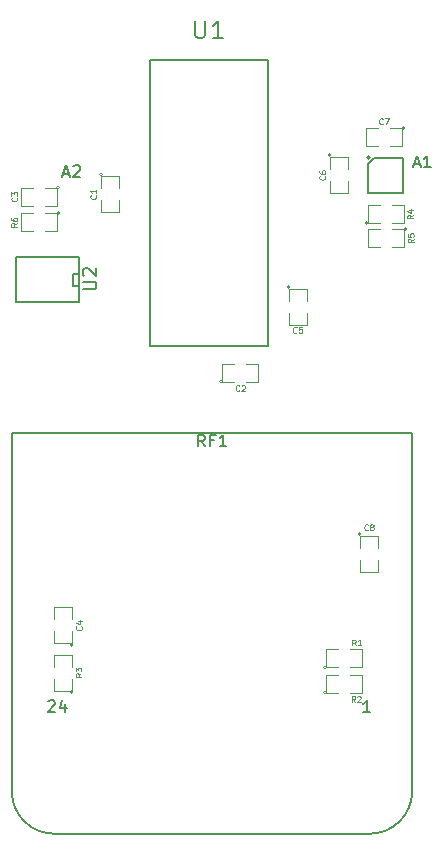
<source format=gto>
G04 (created by PCBNEW (2013-06-11 BZR 4021)-stable) date Sun 01 Jun 2014 09:44:25 PM CDT*
%MOIN*%
G04 Gerber Fmt 3.4, Leading zero omitted, Abs format*
%FSLAX34Y34*%
G01*
G70*
G90*
G04 APERTURE LIST*
%ADD10C,0.00590551*%
%ADD11C,0.005*%
%ADD12C,0.0039*%
%ADD13C,0.006*%
%ADD14C,0.0043*%
G04 APERTURE END LIST*
G54D10*
X67736Y-68626D02*
X67736Y-80595D01*
X81083Y-80575D02*
X81083Y-68626D01*
X69193Y-81973D02*
X79646Y-81973D01*
X67736Y-80595D02*
G75*
G03X69193Y-81973I1417J39D01*
G74*
G01*
X79646Y-81973D02*
G75*
G03X81083Y-80575I19J1417D01*
G74*
G01*
X81083Y-68626D02*
X67736Y-68626D01*
G54D11*
X69980Y-62800D02*
X69980Y-62750D01*
X69980Y-62750D02*
X67880Y-62750D01*
X67880Y-64250D02*
X69980Y-64250D01*
X69980Y-64250D02*
X69980Y-62800D01*
X69980Y-63700D02*
X69780Y-63700D01*
X69780Y-63700D02*
X69780Y-63300D01*
X69780Y-63300D02*
X69980Y-63300D01*
X67880Y-64250D02*
X67880Y-62750D01*
G54D12*
X69335Y-60440D02*
G75*
G03X69335Y-60440I-50J0D01*
G74*
G01*
X68835Y-60440D02*
X69235Y-60440D01*
X69235Y-60440D02*
X69235Y-61040D01*
X69235Y-61040D02*
X68835Y-61040D01*
X68435Y-61040D02*
X68035Y-61040D01*
X68035Y-61040D02*
X68035Y-60440D01*
X68035Y-60440D02*
X68435Y-60440D01*
X69785Y-75680D02*
G75*
G03X69785Y-75680I-50J0D01*
G74*
G01*
X69735Y-75230D02*
X69735Y-75630D01*
X69735Y-75630D02*
X69135Y-75630D01*
X69135Y-75630D02*
X69135Y-75230D01*
X69135Y-74830D02*
X69135Y-74430D01*
X69135Y-74430D02*
X69735Y-74430D01*
X69735Y-74430D02*
X69735Y-74830D01*
X80900Y-61820D02*
G75*
G03X80900Y-61820I-50J0D01*
G74*
G01*
X80400Y-61820D02*
X80800Y-61820D01*
X80800Y-61820D02*
X80800Y-62420D01*
X80800Y-62420D02*
X80400Y-62420D01*
X80000Y-62420D02*
X79600Y-62420D01*
X79600Y-62420D02*
X79600Y-61820D01*
X79600Y-61820D02*
X80000Y-61820D01*
X79600Y-61620D02*
G75*
G03X79600Y-61620I-50J0D01*
G74*
G01*
X80000Y-61620D02*
X79600Y-61620D01*
X79600Y-61620D02*
X79600Y-61020D01*
X79600Y-61020D02*
X80000Y-61020D01*
X80400Y-61020D02*
X80800Y-61020D01*
X80800Y-61020D02*
X80800Y-61620D01*
X80800Y-61620D02*
X80400Y-61620D01*
X69780Y-77250D02*
G75*
G03X69780Y-77250I-50J0D01*
G74*
G01*
X69730Y-76800D02*
X69730Y-77200D01*
X69730Y-77200D02*
X69130Y-77200D01*
X69130Y-77200D02*
X69130Y-76800D01*
X69130Y-76400D02*
X69130Y-76000D01*
X69130Y-76000D02*
X69730Y-76000D01*
X69730Y-76000D02*
X69730Y-76400D01*
X69340Y-61295D02*
G75*
G03X69340Y-61295I-50J0D01*
G74*
G01*
X68840Y-61295D02*
X69240Y-61295D01*
X69240Y-61295D02*
X69240Y-61895D01*
X69240Y-61895D02*
X68840Y-61895D01*
X68440Y-61895D02*
X68040Y-61895D01*
X68040Y-61895D02*
X68040Y-61295D01*
X68040Y-61295D02*
X68440Y-61295D01*
X74750Y-66905D02*
G75*
G03X74750Y-66905I-50J0D01*
G74*
G01*
X75150Y-66905D02*
X74750Y-66905D01*
X74750Y-66905D02*
X74750Y-66305D01*
X74750Y-66305D02*
X75150Y-66305D01*
X75550Y-66305D02*
X75950Y-66305D01*
X75950Y-66305D02*
X75950Y-66905D01*
X75950Y-66905D02*
X75550Y-66905D01*
X70755Y-60010D02*
G75*
G03X70755Y-60010I-50J0D01*
G74*
G01*
X70705Y-60460D02*
X70705Y-60060D01*
X70705Y-60060D02*
X71305Y-60060D01*
X71305Y-60060D02*
X71305Y-60460D01*
X71305Y-60860D02*
X71305Y-61260D01*
X71305Y-61260D02*
X70705Y-61260D01*
X70705Y-61260D02*
X70705Y-60860D01*
X78220Y-77275D02*
G75*
G03X78220Y-77275I-50J0D01*
G74*
G01*
X78620Y-77275D02*
X78220Y-77275D01*
X78220Y-77275D02*
X78220Y-76675D01*
X78220Y-76675D02*
X78620Y-76675D01*
X79020Y-76675D02*
X79420Y-76675D01*
X79420Y-76675D02*
X79420Y-77275D01*
X79420Y-77275D02*
X79020Y-77275D01*
X78220Y-76430D02*
G75*
G03X78220Y-76430I-50J0D01*
G74*
G01*
X78620Y-76430D02*
X78220Y-76430D01*
X78220Y-76430D02*
X78220Y-75830D01*
X78220Y-75830D02*
X78620Y-75830D01*
X79020Y-75830D02*
X79420Y-75830D01*
X79420Y-75830D02*
X79420Y-76430D01*
X79420Y-76430D02*
X79020Y-76430D01*
G54D10*
X76283Y-65723D02*
X72346Y-65723D01*
X72346Y-65723D02*
X72346Y-56196D01*
X72346Y-56196D02*
X76283Y-56196D01*
X76283Y-56196D02*
X76283Y-65723D01*
X79609Y-59636D02*
X79609Y-60620D01*
X79806Y-59439D02*
X80790Y-59439D01*
X79806Y-59439D02*
X79609Y-59636D01*
X79673Y-59439D02*
G75*
G03X79673Y-59439I-44J0D01*
G74*
G01*
X80790Y-59439D02*
X80790Y-60620D01*
X80790Y-60620D02*
X79609Y-60620D01*
G54D12*
X77010Y-63755D02*
G75*
G03X77010Y-63755I-50J0D01*
G74*
G01*
X76960Y-64205D02*
X76960Y-63805D01*
X76960Y-63805D02*
X77560Y-63805D01*
X77560Y-63805D02*
X77560Y-64205D01*
X77560Y-64605D02*
X77560Y-65005D01*
X77560Y-65005D02*
X76960Y-65005D01*
X76960Y-65005D02*
X76960Y-64605D01*
X78380Y-59355D02*
G75*
G03X78380Y-59355I-50J0D01*
G74*
G01*
X78330Y-59805D02*
X78330Y-59405D01*
X78330Y-59405D02*
X78930Y-59405D01*
X78930Y-59405D02*
X78930Y-59805D01*
X78930Y-60205D02*
X78930Y-60605D01*
X78930Y-60605D02*
X78330Y-60605D01*
X78330Y-60605D02*
X78330Y-60205D01*
X80840Y-58445D02*
G75*
G03X80840Y-58445I-50J0D01*
G74*
G01*
X80340Y-58445D02*
X80740Y-58445D01*
X80740Y-58445D02*
X80740Y-59045D01*
X80740Y-59045D02*
X80340Y-59045D01*
X79940Y-59045D02*
X79540Y-59045D01*
X79540Y-59045D02*
X79540Y-58445D01*
X79540Y-58445D02*
X79940Y-58445D01*
X79390Y-71985D02*
G75*
G03X79390Y-71985I-50J0D01*
G74*
G01*
X79340Y-72435D02*
X79340Y-72035D01*
X79340Y-72035D02*
X79940Y-72035D01*
X79940Y-72035D02*
X79940Y-72435D01*
X79940Y-72835D02*
X79940Y-73235D01*
X79940Y-73235D02*
X79340Y-73235D01*
X79340Y-73235D02*
X79340Y-72835D01*
G54D10*
X74175Y-69061D02*
X74044Y-68874D01*
X73950Y-69061D02*
X73950Y-68668D01*
X74100Y-68668D01*
X74138Y-68686D01*
X74156Y-68705D01*
X74175Y-68743D01*
X74175Y-68799D01*
X74156Y-68836D01*
X74138Y-68855D01*
X74100Y-68874D01*
X73950Y-68874D01*
X74475Y-68855D02*
X74344Y-68855D01*
X74344Y-69061D02*
X74344Y-68668D01*
X74531Y-68668D01*
X74888Y-69061D02*
X74663Y-69061D01*
X74775Y-69061D02*
X74775Y-68668D01*
X74738Y-68724D01*
X74700Y-68761D01*
X74663Y-68780D01*
X68952Y-77563D02*
X68971Y-77545D01*
X69008Y-77526D01*
X69102Y-77526D01*
X69140Y-77545D01*
X69158Y-77563D01*
X69177Y-77601D01*
X69177Y-77638D01*
X69158Y-77695D01*
X68933Y-77920D01*
X69177Y-77920D01*
X69514Y-77657D02*
X69514Y-77920D01*
X69421Y-77507D02*
X69327Y-77788D01*
X69571Y-77788D01*
X79679Y-77920D02*
X79454Y-77920D01*
X79567Y-77920D02*
X79567Y-77526D01*
X79529Y-77582D01*
X79492Y-77620D01*
X79454Y-77638D01*
G54D13*
X70104Y-63826D02*
X70468Y-63826D01*
X70511Y-63805D01*
X70532Y-63784D01*
X70554Y-63741D01*
X70554Y-63655D01*
X70532Y-63612D01*
X70511Y-63591D01*
X70468Y-63569D01*
X70104Y-63569D01*
X70147Y-63376D02*
X70125Y-63355D01*
X70104Y-63312D01*
X70104Y-63205D01*
X70125Y-63162D01*
X70147Y-63141D01*
X70189Y-63119D01*
X70232Y-63119D01*
X70297Y-63141D01*
X70554Y-63398D01*
X70554Y-63119D01*
G54D14*
X67898Y-60768D02*
X67908Y-60778D01*
X67917Y-60806D01*
X67917Y-60825D01*
X67908Y-60853D01*
X67889Y-60872D01*
X67870Y-60881D01*
X67833Y-60890D01*
X67805Y-60890D01*
X67767Y-60881D01*
X67748Y-60872D01*
X67730Y-60853D01*
X67720Y-60825D01*
X67720Y-60806D01*
X67730Y-60778D01*
X67739Y-60768D01*
X67720Y-60703D02*
X67720Y-60581D01*
X67795Y-60646D01*
X67795Y-60618D01*
X67805Y-60599D01*
X67814Y-60590D01*
X67833Y-60581D01*
X67880Y-60581D01*
X67898Y-60590D01*
X67908Y-60599D01*
X67917Y-60618D01*
X67917Y-60675D01*
X67908Y-60693D01*
X67898Y-60703D01*
X70052Y-75062D02*
X70062Y-75072D01*
X70071Y-75100D01*
X70071Y-75119D01*
X70062Y-75147D01*
X70043Y-75166D01*
X70024Y-75175D01*
X69987Y-75184D01*
X69959Y-75184D01*
X69921Y-75175D01*
X69902Y-75166D01*
X69884Y-75147D01*
X69874Y-75119D01*
X69874Y-75100D01*
X69884Y-75072D01*
X69893Y-75062D01*
X69940Y-74893D02*
X70071Y-74893D01*
X69865Y-74940D02*
X70006Y-74987D01*
X70006Y-74865D01*
X81131Y-62150D02*
X81037Y-62216D01*
X81131Y-62263D02*
X80934Y-62263D01*
X80934Y-62188D01*
X80944Y-62169D01*
X80953Y-62160D01*
X80972Y-62150D01*
X81000Y-62150D01*
X81019Y-62160D01*
X81028Y-62169D01*
X81037Y-62188D01*
X81037Y-62263D01*
X80934Y-61972D02*
X80934Y-62066D01*
X81028Y-62075D01*
X81019Y-62066D01*
X81009Y-62047D01*
X81009Y-62000D01*
X81019Y-61981D01*
X81028Y-61972D01*
X81047Y-61963D01*
X81094Y-61963D01*
X81112Y-61972D01*
X81122Y-61981D01*
X81131Y-62000D01*
X81131Y-62047D01*
X81122Y-62066D01*
X81112Y-62075D01*
X81115Y-61350D02*
X81021Y-61416D01*
X81115Y-61463D02*
X80918Y-61463D01*
X80918Y-61388D01*
X80928Y-61369D01*
X80937Y-61360D01*
X80956Y-61350D01*
X80984Y-61350D01*
X81003Y-61360D01*
X81012Y-61369D01*
X81021Y-61388D01*
X81021Y-61463D01*
X80984Y-61181D02*
X81115Y-61181D01*
X80909Y-61228D02*
X81050Y-61275D01*
X81050Y-61153D01*
X70059Y-76626D02*
X69965Y-76692D01*
X70059Y-76739D02*
X69862Y-76739D01*
X69862Y-76664D01*
X69872Y-76645D01*
X69881Y-76636D01*
X69900Y-76626D01*
X69928Y-76626D01*
X69947Y-76636D01*
X69956Y-76645D01*
X69965Y-76664D01*
X69965Y-76739D01*
X69862Y-76561D02*
X69862Y-76439D01*
X69937Y-76504D01*
X69937Y-76476D01*
X69947Y-76457D01*
X69956Y-76448D01*
X69975Y-76439D01*
X70022Y-76439D01*
X70040Y-76448D01*
X70050Y-76457D01*
X70059Y-76476D01*
X70059Y-76533D01*
X70050Y-76551D01*
X70040Y-76561D01*
X67913Y-61620D02*
X67819Y-61686D01*
X67913Y-61733D02*
X67716Y-61733D01*
X67716Y-61658D01*
X67726Y-61639D01*
X67735Y-61630D01*
X67754Y-61620D01*
X67782Y-61620D01*
X67801Y-61630D01*
X67810Y-61639D01*
X67819Y-61658D01*
X67819Y-61733D01*
X67716Y-61451D02*
X67716Y-61489D01*
X67726Y-61508D01*
X67735Y-61517D01*
X67763Y-61536D01*
X67801Y-61545D01*
X67876Y-61545D01*
X67894Y-61536D01*
X67904Y-61527D01*
X67913Y-61508D01*
X67913Y-61470D01*
X67904Y-61451D01*
X67894Y-61442D01*
X67876Y-61433D01*
X67829Y-61433D01*
X67810Y-61442D01*
X67801Y-61451D01*
X67791Y-61470D01*
X67791Y-61508D01*
X67801Y-61527D01*
X67810Y-61536D01*
X67829Y-61545D01*
X75319Y-67192D02*
X75309Y-67202D01*
X75281Y-67211D01*
X75262Y-67211D01*
X75234Y-67202D01*
X75215Y-67183D01*
X75206Y-67164D01*
X75197Y-67127D01*
X75197Y-67099D01*
X75206Y-67061D01*
X75215Y-67042D01*
X75234Y-67024D01*
X75262Y-67014D01*
X75281Y-67014D01*
X75309Y-67024D01*
X75319Y-67033D01*
X75394Y-67033D02*
X75403Y-67024D01*
X75422Y-67014D01*
X75469Y-67014D01*
X75488Y-67024D01*
X75497Y-67033D01*
X75506Y-67052D01*
X75506Y-67071D01*
X75497Y-67099D01*
X75384Y-67211D01*
X75506Y-67211D01*
X70528Y-60692D02*
X70538Y-60702D01*
X70547Y-60730D01*
X70547Y-60749D01*
X70538Y-60777D01*
X70519Y-60796D01*
X70500Y-60805D01*
X70463Y-60814D01*
X70435Y-60814D01*
X70397Y-60805D01*
X70378Y-60796D01*
X70360Y-60777D01*
X70350Y-60749D01*
X70350Y-60730D01*
X70360Y-60702D01*
X70369Y-60692D01*
X70547Y-60505D02*
X70547Y-60617D01*
X70547Y-60561D02*
X70350Y-60561D01*
X70378Y-60580D01*
X70397Y-60599D01*
X70407Y-60617D01*
X79181Y-77583D02*
X79115Y-77489D01*
X79068Y-77583D02*
X79068Y-77386D01*
X79143Y-77386D01*
X79162Y-77396D01*
X79171Y-77405D01*
X79181Y-77424D01*
X79181Y-77452D01*
X79171Y-77471D01*
X79162Y-77480D01*
X79143Y-77489D01*
X79068Y-77489D01*
X79256Y-77405D02*
X79265Y-77396D01*
X79284Y-77386D01*
X79331Y-77386D01*
X79350Y-77396D01*
X79359Y-77405D01*
X79368Y-77424D01*
X79368Y-77443D01*
X79359Y-77471D01*
X79246Y-77583D01*
X79368Y-77583D01*
X79199Y-75697D02*
X79133Y-75603D01*
X79086Y-75697D02*
X79086Y-75500D01*
X79161Y-75500D01*
X79180Y-75510D01*
X79189Y-75519D01*
X79199Y-75538D01*
X79199Y-75566D01*
X79189Y-75585D01*
X79180Y-75594D01*
X79161Y-75603D01*
X79086Y-75603D01*
X79386Y-75697D02*
X79274Y-75697D01*
X79330Y-75697D02*
X79330Y-75500D01*
X79311Y-75528D01*
X79292Y-75547D01*
X79274Y-75557D01*
G54D10*
X73844Y-54868D02*
X73844Y-55346D01*
X73872Y-55402D01*
X73900Y-55430D01*
X73956Y-55459D01*
X74069Y-55459D01*
X74125Y-55430D01*
X74153Y-55402D01*
X74181Y-55346D01*
X74181Y-54868D01*
X74772Y-55459D02*
X74434Y-55459D01*
X74603Y-55459D02*
X74603Y-54868D01*
X74547Y-54952D01*
X74490Y-55009D01*
X74434Y-55037D01*
X69450Y-59972D02*
X69638Y-59972D01*
X69413Y-60085D02*
X69544Y-59691D01*
X69675Y-60085D01*
X69788Y-59729D02*
X69806Y-59710D01*
X69844Y-59691D01*
X69938Y-59691D01*
X69975Y-59710D01*
X69994Y-59729D01*
X70013Y-59766D01*
X70013Y-59804D01*
X69994Y-59860D01*
X69769Y-60085D01*
X70013Y-60085D01*
X81143Y-59651D02*
X81331Y-59651D01*
X81106Y-59764D02*
X81237Y-59370D01*
X81368Y-59764D01*
X81706Y-59764D02*
X81481Y-59764D01*
X81593Y-59764D02*
X81593Y-59370D01*
X81556Y-59426D01*
X81518Y-59464D01*
X81481Y-59483D01*
G54D14*
X77227Y-65256D02*
X77217Y-65266D01*
X77189Y-65275D01*
X77170Y-65275D01*
X77142Y-65266D01*
X77123Y-65247D01*
X77114Y-65228D01*
X77105Y-65191D01*
X77105Y-65163D01*
X77114Y-65125D01*
X77123Y-65106D01*
X77142Y-65088D01*
X77170Y-65078D01*
X77189Y-65078D01*
X77217Y-65088D01*
X77227Y-65097D01*
X77405Y-65078D02*
X77311Y-65078D01*
X77302Y-65172D01*
X77311Y-65163D01*
X77330Y-65153D01*
X77377Y-65153D01*
X77396Y-65163D01*
X77405Y-65172D01*
X77414Y-65191D01*
X77414Y-65238D01*
X77405Y-65256D01*
X77396Y-65266D01*
X77377Y-65275D01*
X77330Y-65275D01*
X77311Y-65266D01*
X77302Y-65256D01*
X78168Y-60050D02*
X78178Y-60060D01*
X78187Y-60088D01*
X78187Y-60107D01*
X78178Y-60135D01*
X78159Y-60154D01*
X78140Y-60163D01*
X78103Y-60172D01*
X78075Y-60172D01*
X78037Y-60163D01*
X78018Y-60154D01*
X78000Y-60135D01*
X77990Y-60107D01*
X77990Y-60088D01*
X78000Y-60060D01*
X78009Y-60050D01*
X77990Y-59881D02*
X77990Y-59919D01*
X78000Y-59938D01*
X78009Y-59947D01*
X78037Y-59966D01*
X78075Y-59975D01*
X78150Y-59975D01*
X78168Y-59966D01*
X78178Y-59957D01*
X78187Y-59938D01*
X78187Y-59900D01*
X78178Y-59881D01*
X78168Y-59872D01*
X78150Y-59863D01*
X78103Y-59863D01*
X78084Y-59872D01*
X78075Y-59881D01*
X78065Y-59900D01*
X78065Y-59938D01*
X78075Y-59957D01*
X78084Y-59966D01*
X78103Y-59975D01*
X80102Y-58300D02*
X80092Y-58310D01*
X80064Y-58319D01*
X80045Y-58319D01*
X80017Y-58310D01*
X79998Y-58291D01*
X79989Y-58272D01*
X79980Y-58235D01*
X79980Y-58207D01*
X79989Y-58169D01*
X79998Y-58150D01*
X80017Y-58132D01*
X80045Y-58122D01*
X80064Y-58122D01*
X80092Y-58132D01*
X80102Y-58141D01*
X80167Y-58122D02*
X80299Y-58122D01*
X80214Y-58319D01*
X79609Y-71838D02*
X79599Y-71848D01*
X79571Y-71857D01*
X79552Y-71857D01*
X79524Y-71848D01*
X79505Y-71829D01*
X79496Y-71810D01*
X79487Y-71773D01*
X79487Y-71745D01*
X79496Y-71707D01*
X79505Y-71688D01*
X79524Y-71670D01*
X79552Y-71660D01*
X79571Y-71660D01*
X79599Y-71670D01*
X79609Y-71679D01*
X79721Y-71745D02*
X79702Y-71735D01*
X79693Y-71726D01*
X79684Y-71707D01*
X79684Y-71698D01*
X79693Y-71679D01*
X79702Y-71670D01*
X79721Y-71660D01*
X79759Y-71660D01*
X79778Y-71670D01*
X79787Y-71679D01*
X79796Y-71698D01*
X79796Y-71707D01*
X79787Y-71726D01*
X79778Y-71735D01*
X79759Y-71745D01*
X79721Y-71745D01*
X79702Y-71754D01*
X79693Y-71763D01*
X79684Y-71782D01*
X79684Y-71820D01*
X79693Y-71838D01*
X79702Y-71848D01*
X79721Y-71857D01*
X79759Y-71857D01*
X79778Y-71848D01*
X79787Y-71838D01*
X79796Y-71820D01*
X79796Y-71782D01*
X79787Y-71763D01*
X79778Y-71754D01*
X79759Y-71745D01*
M02*

</source>
